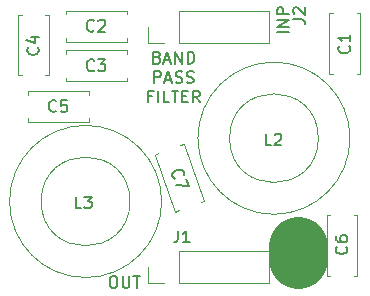
<source format=gbr>
G04 #@! TF.FileFunction,Legend,Top*
%FSLAX46Y46*%
G04 Gerber Fmt 4.6, Leading zero omitted, Abs format (unit mm)*
G04 Created by KiCad (PCBNEW 4.0.7) date 02/05/23 11:49:14*
%MOMM*%
%LPD*%
G01*
G04 APERTURE LIST*
%ADD10C,0.100000*%
%ADD11C,0.150000*%
%ADD12C,5.000000*%
%ADD13C,0.120000*%
G04 APERTURE END LIST*
D10*
D11*
X141713334Y-101452381D02*
X141237143Y-101452381D01*
X141237143Y-100452381D01*
X141999048Y-100547619D02*
X142046667Y-100500000D01*
X142141905Y-100452381D01*
X142380001Y-100452381D01*
X142475239Y-100500000D01*
X142522858Y-100547619D01*
X142570477Y-100642857D01*
X142570477Y-100738095D01*
X142522858Y-100880952D01*
X141951429Y-101452381D01*
X142570477Y-101452381D01*
X125643334Y-106792381D02*
X125167143Y-106792381D01*
X125167143Y-105792381D01*
X125881429Y-105792381D02*
X126500477Y-105792381D01*
X126167143Y-106173333D01*
X126310001Y-106173333D01*
X126405239Y-106220952D01*
X126452858Y-106268571D01*
X126500477Y-106363810D01*
X126500477Y-106601905D01*
X126452858Y-106697143D01*
X126405239Y-106744762D01*
X126310001Y-106792381D01*
X126024286Y-106792381D01*
X125929048Y-106744762D01*
X125881429Y-106697143D01*
D12*
X143954500Y-109982000D02*
X143954500Y-111061500D01*
D11*
X132059048Y-93998571D02*
X132201905Y-94046190D01*
X132249524Y-94093810D01*
X132297143Y-94189048D01*
X132297143Y-94331905D01*
X132249524Y-94427143D01*
X132201905Y-94474762D01*
X132106667Y-94522381D01*
X131725714Y-94522381D01*
X131725714Y-93522381D01*
X132059048Y-93522381D01*
X132154286Y-93570000D01*
X132201905Y-93617619D01*
X132249524Y-93712857D01*
X132249524Y-93808095D01*
X132201905Y-93903333D01*
X132154286Y-93950952D01*
X132059048Y-93998571D01*
X131725714Y-93998571D01*
X132678095Y-94236667D02*
X133154286Y-94236667D01*
X132582857Y-94522381D02*
X132916190Y-93522381D01*
X133249524Y-94522381D01*
X133582857Y-94522381D02*
X133582857Y-93522381D01*
X134154286Y-94522381D01*
X134154286Y-93522381D01*
X134630476Y-94522381D02*
X134630476Y-93522381D01*
X134868571Y-93522381D01*
X135011429Y-93570000D01*
X135106667Y-93665238D01*
X135154286Y-93760476D01*
X135201905Y-93950952D01*
X135201905Y-94093810D01*
X135154286Y-94284286D01*
X135106667Y-94379524D01*
X135011429Y-94474762D01*
X134868571Y-94522381D01*
X134630476Y-94522381D01*
X131797143Y-96172381D02*
X131797143Y-95172381D01*
X132178096Y-95172381D01*
X132273334Y-95220000D01*
X132320953Y-95267619D01*
X132368572Y-95362857D01*
X132368572Y-95505714D01*
X132320953Y-95600952D01*
X132273334Y-95648571D01*
X132178096Y-95696190D01*
X131797143Y-95696190D01*
X132749524Y-95886667D02*
X133225715Y-95886667D01*
X132654286Y-96172381D02*
X132987619Y-95172381D01*
X133320953Y-96172381D01*
X133606667Y-96124762D02*
X133749524Y-96172381D01*
X133987620Y-96172381D01*
X134082858Y-96124762D01*
X134130477Y-96077143D01*
X134178096Y-95981905D01*
X134178096Y-95886667D01*
X134130477Y-95791429D01*
X134082858Y-95743810D01*
X133987620Y-95696190D01*
X133797143Y-95648571D01*
X133701905Y-95600952D01*
X133654286Y-95553333D01*
X133606667Y-95458095D01*
X133606667Y-95362857D01*
X133654286Y-95267619D01*
X133701905Y-95220000D01*
X133797143Y-95172381D01*
X134035239Y-95172381D01*
X134178096Y-95220000D01*
X134559048Y-96124762D02*
X134701905Y-96172381D01*
X134940001Y-96172381D01*
X135035239Y-96124762D01*
X135082858Y-96077143D01*
X135130477Y-95981905D01*
X135130477Y-95886667D01*
X135082858Y-95791429D01*
X135035239Y-95743810D01*
X134940001Y-95696190D01*
X134749524Y-95648571D01*
X134654286Y-95600952D01*
X134606667Y-95553333D01*
X134559048Y-95458095D01*
X134559048Y-95362857D01*
X134606667Y-95267619D01*
X134654286Y-95220000D01*
X134749524Y-95172381D01*
X134987620Y-95172381D01*
X135130477Y-95220000D01*
X131606667Y-97298571D02*
X131273333Y-97298571D01*
X131273333Y-97822381D02*
X131273333Y-96822381D01*
X131749524Y-96822381D01*
X132130476Y-97822381D02*
X132130476Y-96822381D01*
X133082857Y-97822381D02*
X132606666Y-97822381D01*
X132606666Y-96822381D01*
X133273333Y-96822381D02*
X133844762Y-96822381D01*
X133559047Y-97822381D02*
X133559047Y-96822381D01*
X134178095Y-97298571D02*
X134511429Y-97298571D01*
X134654286Y-97822381D02*
X134178095Y-97822381D01*
X134178095Y-96822381D01*
X134654286Y-96822381D01*
X135654286Y-97822381D02*
X135320952Y-97346190D01*
X135082857Y-97822381D02*
X135082857Y-96822381D01*
X135463810Y-96822381D01*
X135559048Y-96870000D01*
X135606667Y-96917619D01*
X135654286Y-97012857D01*
X135654286Y-97155714D01*
X135606667Y-97250952D01*
X135559048Y-97298571D01*
X135463810Y-97346190D01*
X135082857Y-97346190D01*
X143192381Y-91873809D02*
X142192381Y-91873809D01*
X143192381Y-91397619D02*
X142192381Y-91397619D01*
X143192381Y-90826190D01*
X142192381Y-90826190D01*
X143192381Y-90350000D02*
X142192381Y-90350000D01*
X142192381Y-89969047D01*
X142240000Y-89873809D01*
X142287619Y-89826190D01*
X142382857Y-89778571D01*
X142525714Y-89778571D01*
X142620952Y-89826190D01*
X142668571Y-89873809D01*
X142716190Y-89969047D01*
X142716190Y-90350000D01*
X128260000Y-112532381D02*
X128450477Y-112532381D01*
X128545715Y-112580000D01*
X128640953Y-112675238D01*
X128688572Y-112865714D01*
X128688572Y-113199048D01*
X128640953Y-113389524D01*
X128545715Y-113484762D01*
X128450477Y-113532381D01*
X128260000Y-113532381D01*
X128164762Y-113484762D01*
X128069524Y-113389524D01*
X128021905Y-113199048D01*
X128021905Y-112865714D01*
X128069524Y-112675238D01*
X128164762Y-112580000D01*
X128260000Y-112532381D01*
X129117143Y-112532381D02*
X129117143Y-113341905D01*
X129164762Y-113437143D01*
X129212381Y-113484762D01*
X129307619Y-113532381D01*
X129498096Y-113532381D01*
X129593334Y-113484762D01*
X129640953Y-113437143D01*
X129688572Y-113341905D01*
X129688572Y-112532381D01*
X130021905Y-112532381D02*
X130593334Y-112532381D01*
X130307619Y-113532381D02*
X130307619Y-112532381D01*
D13*
X132430000Y-106200254D02*
G75*
G03X132430000Y-106200254I-6440000J0D01*
G01*
X129748100Y-106200254D02*
G75*
G03X129748100Y-106200254I-3758100J0D01*
G01*
X149250000Y-90270000D02*
X149250000Y-95390000D01*
X146630000Y-90270000D02*
X146630000Y-95390000D01*
X149250000Y-90270000D02*
X148936000Y-90270000D01*
X146944000Y-90270000D02*
X146630000Y-90270000D01*
X149250000Y-95390000D02*
X148936000Y-95390000D01*
X146944000Y-95390000D02*
X146630000Y-95390000D01*
X129460000Y-92670000D02*
X124340000Y-92670000D01*
X129460000Y-90050000D02*
X124340000Y-90050000D01*
X129460000Y-92670000D02*
X129460000Y-92356000D01*
X129460000Y-90364000D02*
X129460000Y-90050000D01*
X124340000Y-92670000D02*
X124340000Y-92356000D01*
X124340000Y-90364000D02*
X124340000Y-90050000D01*
X129480000Y-96030000D02*
X124360000Y-96030000D01*
X129480000Y-93410000D02*
X124360000Y-93410000D01*
X129480000Y-96030000D02*
X129480000Y-95716000D01*
X129480000Y-93724000D02*
X129480000Y-93410000D01*
X124360000Y-96030000D02*
X124360000Y-95716000D01*
X124360000Y-93724000D02*
X124360000Y-93410000D01*
X122890000Y-90390000D02*
X122890000Y-95510000D01*
X120270000Y-90390000D02*
X120270000Y-95510000D01*
X122890000Y-90390000D02*
X122576000Y-90390000D01*
X120584000Y-90390000D02*
X120270000Y-90390000D01*
X122890000Y-95510000D02*
X122576000Y-95510000D01*
X120584000Y-95510000D02*
X120270000Y-95510000D01*
X126260000Y-99490000D02*
X121140000Y-99490000D01*
X126260000Y-96870000D02*
X121140000Y-96870000D01*
X126260000Y-99490000D02*
X126260000Y-99176000D01*
X126260000Y-97184000D02*
X126260000Y-96870000D01*
X121140000Y-99490000D02*
X121140000Y-99176000D01*
X121140000Y-97184000D02*
X121140000Y-96870000D01*
X149011000Y-107382000D02*
X149011000Y-112502000D01*
X146391000Y-107382000D02*
X146391000Y-112502000D01*
X149011000Y-107382000D02*
X148697000Y-107382000D01*
X146705000Y-107382000D02*
X146391000Y-107382000D01*
X149011000Y-112502000D02*
X148697000Y-112502000D01*
X146705000Y-112502000D02*
X146391000Y-112502000D01*
X148377811Y-100845258D02*
G75*
G03X148377811Y-100845258I-6440001J0D01*
G01*
X145695910Y-100845258D02*
G75*
G03X145695910Y-100845258I-3758100J0D01*
G01*
X141538000Y-113090000D02*
X141538000Y-110430000D01*
X133858000Y-113090000D02*
X141538000Y-113090000D01*
X133858000Y-110430000D02*
X141538000Y-110430000D01*
X133858000Y-113090000D02*
X133858000Y-110430000D01*
X132588000Y-113090000D02*
X131258000Y-113090000D01*
X131258000Y-113090000D02*
X131258000Y-111760000D01*
X141538000Y-92770000D02*
X141538000Y-90110000D01*
X133858000Y-92770000D02*
X141538000Y-92770000D01*
X133858000Y-90110000D02*
X141538000Y-90110000D01*
X133858000Y-92770000D02*
X133858000Y-90110000D01*
X132588000Y-92770000D02*
X131258000Y-92770000D01*
X131258000Y-92770000D02*
X131258000Y-91440000D01*
X134306476Y-101349572D02*
X136057619Y-106160798D01*
X131844481Y-102245665D02*
X133595625Y-107056891D01*
X134306476Y-101349572D02*
X134011413Y-101456966D01*
X132139545Y-102138271D02*
X131844481Y-102245665D01*
X136057619Y-106160798D02*
X135762556Y-106268193D01*
X133890688Y-106949497D02*
X133595625Y-107056891D01*
D11*
X148297143Y-93036666D02*
X148344762Y-93084285D01*
X148392381Y-93227142D01*
X148392381Y-93322380D01*
X148344762Y-93465238D01*
X148249524Y-93560476D01*
X148154286Y-93608095D01*
X147963810Y-93655714D01*
X147820952Y-93655714D01*
X147630476Y-93608095D01*
X147535238Y-93560476D01*
X147440000Y-93465238D01*
X147392381Y-93322380D01*
X147392381Y-93227142D01*
X147440000Y-93084285D01*
X147487619Y-93036666D01*
X148392381Y-92084285D02*
X148392381Y-92655714D01*
X148392381Y-92370000D02*
X147392381Y-92370000D01*
X147535238Y-92465238D01*
X147630476Y-92560476D01*
X147678095Y-92655714D01*
X126693334Y-91717143D02*
X126645715Y-91764762D01*
X126502858Y-91812381D01*
X126407620Y-91812381D01*
X126264762Y-91764762D01*
X126169524Y-91669524D01*
X126121905Y-91574286D01*
X126074286Y-91383810D01*
X126074286Y-91240952D01*
X126121905Y-91050476D01*
X126169524Y-90955238D01*
X126264762Y-90860000D01*
X126407620Y-90812381D01*
X126502858Y-90812381D01*
X126645715Y-90860000D01*
X126693334Y-90907619D01*
X127074286Y-90907619D02*
X127121905Y-90860000D01*
X127217143Y-90812381D01*
X127455239Y-90812381D01*
X127550477Y-90860000D01*
X127598096Y-90907619D01*
X127645715Y-91002857D01*
X127645715Y-91098095D01*
X127598096Y-91240952D01*
X127026667Y-91812381D01*
X127645715Y-91812381D01*
X126713334Y-95077143D02*
X126665715Y-95124762D01*
X126522858Y-95172381D01*
X126427620Y-95172381D01*
X126284762Y-95124762D01*
X126189524Y-95029524D01*
X126141905Y-94934286D01*
X126094286Y-94743810D01*
X126094286Y-94600952D01*
X126141905Y-94410476D01*
X126189524Y-94315238D01*
X126284762Y-94220000D01*
X126427620Y-94172381D01*
X126522858Y-94172381D01*
X126665715Y-94220000D01*
X126713334Y-94267619D01*
X127046667Y-94172381D02*
X127665715Y-94172381D01*
X127332381Y-94553333D01*
X127475239Y-94553333D01*
X127570477Y-94600952D01*
X127618096Y-94648571D01*
X127665715Y-94743810D01*
X127665715Y-94981905D01*
X127618096Y-95077143D01*
X127570477Y-95124762D01*
X127475239Y-95172381D01*
X127189524Y-95172381D01*
X127094286Y-95124762D01*
X127046667Y-95077143D01*
X121937143Y-93156666D02*
X121984762Y-93204285D01*
X122032381Y-93347142D01*
X122032381Y-93442380D01*
X121984762Y-93585238D01*
X121889524Y-93680476D01*
X121794286Y-93728095D01*
X121603810Y-93775714D01*
X121460952Y-93775714D01*
X121270476Y-93728095D01*
X121175238Y-93680476D01*
X121080000Y-93585238D01*
X121032381Y-93442380D01*
X121032381Y-93347142D01*
X121080000Y-93204285D01*
X121127619Y-93156666D01*
X121365714Y-92299523D02*
X122032381Y-92299523D01*
X120984762Y-92537619D02*
X121699048Y-92775714D01*
X121699048Y-92156666D01*
X123493334Y-98537143D02*
X123445715Y-98584762D01*
X123302858Y-98632381D01*
X123207620Y-98632381D01*
X123064762Y-98584762D01*
X122969524Y-98489524D01*
X122921905Y-98394286D01*
X122874286Y-98203810D01*
X122874286Y-98060952D01*
X122921905Y-97870476D01*
X122969524Y-97775238D01*
X123064762Y-97680000D01*
X123207620Y-97632381D01*
X123302858Y-97632381D01*
X123445715Y-97680000D01*
X123493334Y-97727619D01*
X124398096Y-97632381D02*
X123921905Y-97632381D01*
X123874286Y-98108571D01*
X123921905Y-98060952D01*
X124017143Y-98013333D01*
X124255239Y-98013333D01*
X124350477Y-98060952D01*
X124398096Y-98108571D01*
X124445715Y-98203810D01*
X124445715Y-98441905D01*
X124398096Y-98537143D01*
X124350477Y-98584762D01*
X124255239Y-98632381D01*
X124017143Y-98632381D01*
X123921905Y-98584762D01*
X123874286Y-98537143D01*
X148065143Y-110020666D02*
X148112762Y-110068285D01*
X148160381Y-110211142D01*
X148160381Y-110306380D01*
X148112762Y-110449238D01*
X148017524Y-110544476D01*
X147922286Y-110592095D01*
X147731810Y-110639714D01*
X147588952Y-110639714D01*
X147398476Y-110592095D01*
X147303238Y-110544476D01*
X147208000Y-110449238D01*
X147160381Y-110306380D01*
X147160381Y-110211142D01*
X147208000Y-110068285D01*
X147255619Y-110020666D01*
X147160381Y-109163523D02*
X147160381Y-109354000D01*
X147208000Y-109449238D01*
X147255619Y-109496857D01*
X147398476Y-109592095D01*
X147588952Y-109639714D01*
X147969905Y-109639714D01*
X148065143Y-109592095D01*
X148112762Y-109544476D01*
X148160381Y-109449238D01*
X148160381Y-109258761D01*
X148112762Y-109163523D01*
X148065143Y-109115904D01*
X147969905Y-109068285D01*
X147731810Y-109068285D01*
X147636571Y-109115904D01*
X147588952Y-109163523D01*
X147541333Y-109258761D01*
X147541333Y-109449238D01*
X147588952Y-109544476D01*
X147636571Y-109592095D01*
X147731810Y-109639714D01*
X133816667Y-108672381D02*
X133816667Y-109386667D01*
X133769047Y-109529524D01*
X133673809Y-109624762D01*
X133530952Y-109672381D01*
X133435714Y-109672381D01*
X134816667Y-109672381D02*
X134245238Y-109672381D01*
X134530952Y-109672381D02*
X134530952Y-108672381D01*
X134435714Y-108815238D01*
X134340476Y-108910476D01*
X134245238Y-108958095D01*
X143552381Y-90763333D02*
X144266667Y-90763333D01*
X144409524Y-90810953D01*
X144504762Y-90906191D01*
X144552381Y-91049048D01*
X144552381Y-91144286D01*
X143647619Y-90334762D02*
X143600000Y-90287143D01*
X143552381Y-90191905D01*
X143552381Y-89953809D01*
X143600000Y-89858571D01*
X143647619Y-89810952D01*
X143742857Y-89763333D01*
X143838095Y-89763333D01*
X143980952Y-89810952D01*
X144552381Y-90382381D01*
X144552381Y-89763333D01*
X133534122Y-104262753D02*
X133473088Y-104234293D01*
X133379481Y-104116338D01*
X133346908Y-104026843D01*
X133342795Y-103876314D01*
X133399716Y-103754246D01*
X133472924Y-103676926D01*
X133635626Y-103567032D01*
X133769869Y-103518172D01*
X133965144Y-103497772D01*
X134070925Y-103509946D01*
X134192993Y-103566867D01*
X134286600Y-103684823D01*
X134319174Y-103774318D01*
X134323287Y-103924846D01*
X134294826Y-103985880D01*
X134498327Y-104266537D02*
X134726341Y-104892999D01*
X133640068Y-104832293D01*
M02*

</source>
